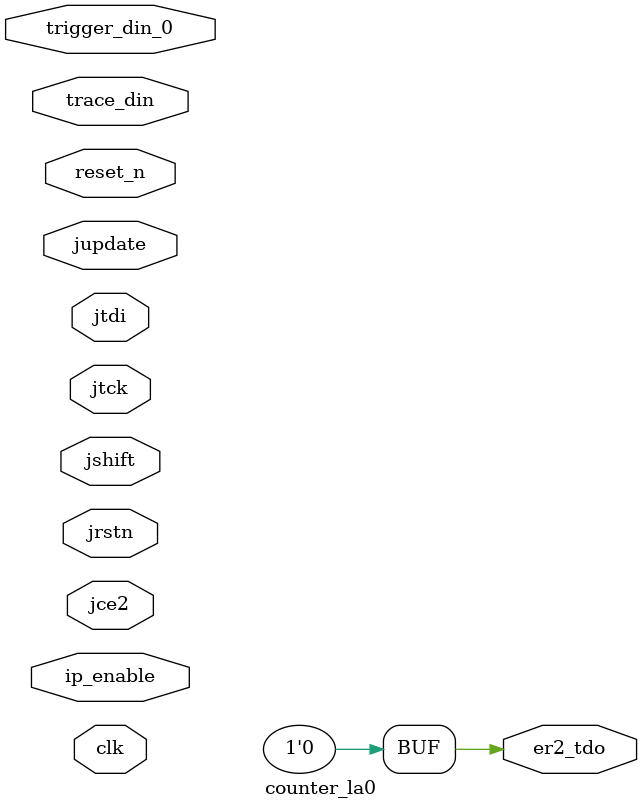
<source format=v>

/* WARNING - Changes to this file should be performed by re-running IPexpress
or modifying the .LPC file and regenerating the core.  Other changes may lead
to inconsistent simulation and/or implemenation results */

module counter_la0 (
    clk,
    reset_n,
    jtck,
    jrstn,
    jce2,
    jtdi,
    er2_tdo,
    jshift,
    jupdate,
    trigger_din_0,
    trace_din,
    ip_enable
);

// PARAMETERS DEFINED BY USER
localparam NUM_TRACE_SIGNALS   = 41;
localparam NUM_TRIGGER_SIGNALS = 8;
localparam INCLUDE_TRIG_DATA   = 0;
localparam NUM_TU_BITS_0       = 8;

input  clk;
input  reset_n;
input  jtck;
input  jrstn;
input  jce2;
input  jtdi;
output er2_tdo;
input  jshift;
input  jupdate;
input  [NUM_TU_BITS_0 -1:0] trigger_din_0;
input  [NUM_TRACE_SIGNALS + (NUM_TRIGGER_SIGNALS * INCLUDE_TRIG_DATA) -1:0] trace_din;
input  ip_enable;

assign er2_tdo = 1'b0;

endmodule

</source>
